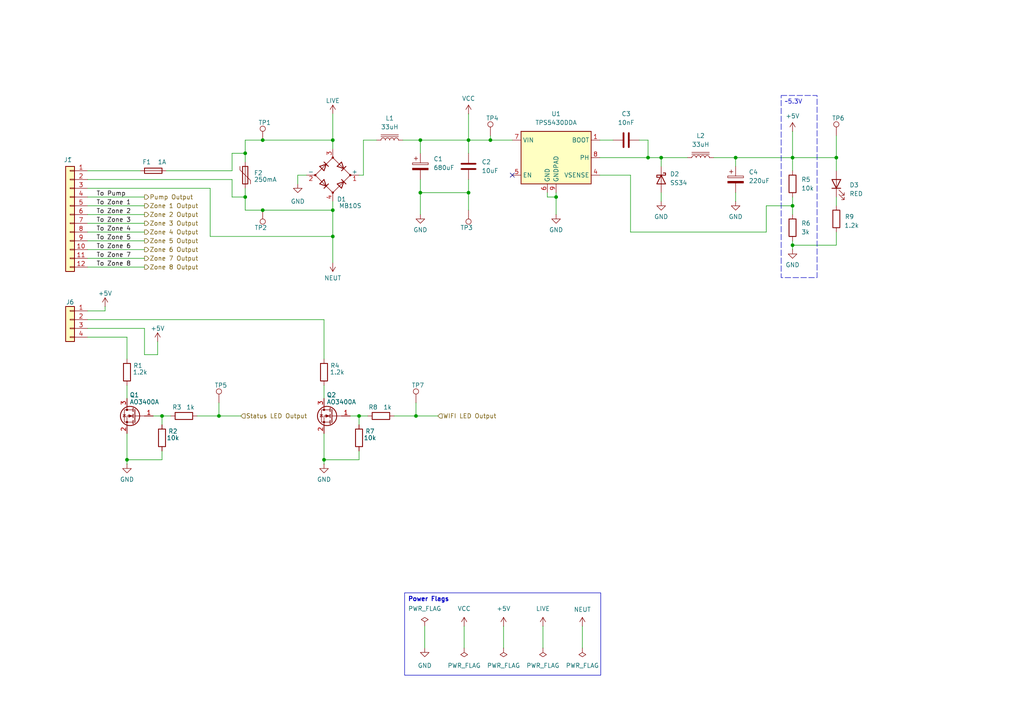
<source format=kicad_sch>
(kicad_sch (version 20250114) (generator "eeschema") (generator_version "9.0")
  (paper "A4")
  (lib_symbols
    (symbol "Connector:TestPoint" (pin_numbers (hide yes)) (pin_names (offset 0.762) (hide yes))
      (property "Reference" "TP" (at 0 6.858 0))
      (property "Value" "TestPoint" (at 0 5.08 0))
      (symbol "TestPoint_0_1"
        (circle (center 0 3.302) (radius 0.762))
      )
      (symbol "TestPoint_1_1"
        (pin passive line (at 0 0 90) (length 2.54) (name "1") (number "1"))
      )
    )
    (symbol "Connector_Generic:Conn_01x04" (pin_names (offset 1.016) (hide yes))
      (property "Reference" "J" (at 0 5.08 0))
      (property "Value" "Conn_01x04" (at 0 -7.62 0))
      (symbol "Conn_01x04_1_1"
        (rectangle (start -1.27 3.81) (end 1.27 -6.35) (stroke (width 0.254)) (fill (type background)))
        (rectangle (start -1.27 2.667) (end 0 2.413) (stroke (width 0.1524)))
        (rectangle (start -1.27 0.127) (end 0 -0.127) (stroke (width 0.1524)))
        (rectangle (start -1.27 -2.413) (end 0 -2.667) (stroke (width 0.1524)))
        (rectangle (start -1.27 -4.953) (end 0 -5.207) (stroke (width 0.1524)))
        (pin passive line (at -5.08 2.54 0) (length 3.81) (name "Pin_1") (number "1"))
        (pin passive line (at -5.08 0 0) (length 3.81) (name "Pin_2") (number "2"))
        (pin passive line (at -5.08 -2.54 0) (length 3.81) (name "Pin_3") (number "3"))
        (pin passive line (at -5.08 -5.08 0) (length 3.81) (name "Pin_4") (number "4"))
      )
    )
    (symbol "Connector_Generic:Conn_01x12" (pin_names (offset 1.016) (hide yes))
      (property "Reference" "J" (at 0 15.24 0))
      (property "Value" "Conn_01x12" (at 0 -17.78 0))
      (symbol "Conn_01x12_1_1"
        (rectangle (start -1.27 13.97) (end 1.27 -16.51) (stroke (width 0.254)) (fill (type background)))
        (rectangle (start -1.27 12.827) (end 0 12.573) (stroke (width 0.1524)))
        (rectangle (start -1.27 10.287) (end 0 10.033) (stroke (width 0.1524)))
        (rectangle (start -1.27 7.747) (end 0 7.493) (stroke (width 0.1524)))
        (rectangle (start -1.27 5.207) (end 0 4.953) (stroke (width 0.1524)))
        (rectangle (start -1.27 2.667) (end 0 2.413) (stroke (width 0.1524)))
        (rectangle (start -1.27 0.127) (end 0 -0.127) (stroke (width 0.1524)))
        (rectangle (start -1.27 -2.413) (end 0 -2.667) (stroke (width 0.1524)))
        (rectangle (start -1.27 -4.953) (end 0 -5.207) (stroke (width 0.1524)))
        (rectangle (start -1.27 -7.493) (end 0 -7.747) (stroke (width 0.1524)))
        (rectangle (start -1.27 -10.033) (end 0 -10.287) (stroke (width 0.1524)))
        (rectangle (start -1.27 -12.573) (end 0 -12.827) (stroke (width 0.1524)))
        (rectangle (start -1.27 -15.113) (end 0 -15.367) (stroke (width 0.1524)))
        (pin passive line (at -5.08 12.7 0) (length 3.81) (name "Pin_1") (number "1"))
        (pin passive line (at -5.08 10.16 0) (length 3.81) (name "Pin_2") (number "2"))
        (pin passive line (at -5.08 7.62 0) (length 3.81) (name "Pin_3") (number "3"))
        (pin passive line (at -5.08 5.08 0) (length 3.81) (name "Pin_4") (number "4"))
        (pin passive line (at -5.08 2.54 0) (length 3.81) (name "Pin_5") (number "5"))
        (pin passive line (at -5.08 0 0) (length 3.81) (name "Pin_6") (number "6"))
        (pin passive line (at -5.08 -2.54 0) (length 3.81) (name "Pin_7") (number "7"))
        (pin passive line (at -5.08 -5.08 0) (length 3.81) (name "Pin_8") (number "8"))
        (pin passive line (at -5.08 -7.62 0) (length 3.81) (name "Pin_9") (number "9"))
        (pin passive line (at -5.08 -10.16 0) (length 3.81) (name "Pin_10") (number "10"))
        (pin passive line (at -5.08 -12.7 0) (length 3.81) (name "Pin_11") (number "11"))
        (pin passive line (at -5.08 -15.24 0) (length 3.81) (name "Pin_12") (number "12"))
      )
    )
    (symbol "Device:C" (pin_numbers (hide yes)) (pin_names (offset 0.254))
      (property "Reference" "C" (at 0.635 2.54 0))
      (property "Value" "C" (at 0.635 -2.54 0))
      (symbol "C_0_1"
        (polyline (pts (xy -2.032 0.762) (xy 2.032 0.762)) (stroke (width 0.508)))
        (polyline (pts (xy -2.032 -0.762) (xy 2.032 -0.762)) (stroke (width 0.508)))
      )
      (symbol "C_1_1"
        (pin passive line (at 0 3.81 270) (length 2.794) (name "~") (number "1"))
        (pin passive line (at 0 -3.81 90) (length 2.794) (name "~") (number "2"))
      )
    )
    (symbol "Device:C_Polarized" (pin_numbers (hide yes)) (pin_names (offset 0.254))
      (property "Reference" "C" (at 0.635 2.54 0))
      (property "Value" "C_Polarized" (at 0.635 -2.54 0))
      (symbol "C_Polarized_0_1"
        (rectangle (start -2.286 0.508) (end 2.286 1.016))
        (polyline (pts (xy -1.778 2.286) (xy -0.762 2.286)))
        (polyline (pts (xy -1.27 2.794) (xy -1.27 1.778)))
        (rectangle (start 2.286 -0.508) (end -2.286 -1.016) (fill (type outline)))
      )
      (symbol "C_Polarized_1_1"
        (pin passive line (at 0 3.81 270) (length 2.794) (name "~") (number "1"))
        (pin passive line (at 0 -3.81 90) (length 2.794) (name "~") (number "2"))
      )
    )
    (symbol "Device:D_Bridge_+-AA" (pin_names (offset 0))
      (property "Reference" "D" (at 2.54 6.985 0))
      (property "Value" "D_Bridge_+-AA" (at 2.54 5.08 0))
      (symbol "D_Bridge_+-AA_0_1"
        (circle (center -5.08 0) (radius 0.254) (fill (type outline)))
        (polyline (pts (xy -5.08 0) (xy 0 -5.08) (xy 5.08 0) (xy 0 5.08) (xy -5.08 0)))
        (polyline (pts (xy -3.81 2.54) (xy -2.54 1.27) (xy -1.905 3.175) (xy -3.81 2.54)) (stroke (width 0.254)))
        (polyline (pts (xy -2.54 3.81) (xy -1.27 2.54)) (stroke (width 0.254)))
        (polyline (pts (xy -2.54 -1.27) (xy -3.81 -2.54) (xy -1.905 -3.175) (xy -2.54 -1.27)) (stroke (width 0.254)))
        (polyline (pts (xy -1.27 -2.54) (xy -2.54 -3.81)) (stroke (width 0.254)))
        (circle (center 0 5.08) (radius 0.254) (fill (type outline)))
        (circle (center 0 -5.08) (radius 0.254) (fill (type outline)))
        (polyline (pts (xy 1.27 2.54) (xy 2.54 3.81) (xy 3.175 1.905) (xy 1.27 2.54)) (stroke (width 0.254)))
        (polyline (pts (xy 2.54 1.27) (xy 3.81 2.54)) (stroke (width 0.254)))
        (polyline (pts (xy 2.54 -1.27) (xy 3.81 -2.54)) (stroke (width 0.254)))
        (polyline (pts (xy 3.175 -1.905) (xy 1.27 -2.54) (xy 2.54 -3.81) (xy 3.175 -1.905)) (stroke (width 0.254)))
        (circle (center 5.08 0) (radius 0.254) (fill (type outline)))
      )
      (symbol "D_Bridge_+-AA_1_1"
        (pin passive line (at -7.62 0 0) (length 2.54) (name "-") (number "2"))
        (pin passive line (at 0 7.62 270) (length 2.54) (name "~") (number "3"))
        (pin passive line (at 0 -7.62 90) (length 2.54) (name "~") (number "4"))
        (pin passive line (at 7.62 0 180) (length 2.54) (name "+") (number "1"))
      )
    )
    (symbol "Device:D_Schottky" (pin_numbers (hide yes)) (pin_names (offset 1.016) (hide yes))
      (property "Reference" "D" (at 0 2.54 0))
      (property "Value" "D_Schottky" (at 0 -2.54 0))
      (symbol "D_Schottky_0_1"
        (polyline (pts (xy -1.905 0.635) (xy -1.905 1.27) (xy -1.27 1.27) (xy -1.27 -1.27) (xy -0.635 -1.27) (xy -0.635 -0.635)) (stroke (width 0.254)))
        (polyline (pts (xy 1.27 1.27) (xy 1.27 -1.27) (xy -1.27 0) (xy 1.27 1.27)) (stroke (width 0.254)))
        (polyline (pts (xy 1.27 0) (xy -1.27 0)))
      )
      (symbol "D_Schottky_1_1"
        (pin passive line (at -3.81 0 0) (length 2.54) (name "K") (number "1"))
        (pin passive line (at 3.81 0 180) (length 2.54) (name "A") (number "2"))
      )
    )
    (symbol "Device:Fuse" (pin_numbers (hide yes)) (pin_names (offset 0))
      (property "Reference" "F" (at 2.032 0 90))
      (property "Value" "Fuse" (at -1.905 0 90))
      (symbol "Fuse_0_1"
        (rectangle (start -0.762 -2.54) (end 0.762 2.54) (stroke (width 0.254)))
        (polyline (pts (xy 0 2.54) (xy 0 -2.54)))
      )
      (symbol "Fuse_1_1"
        (pin passive line (at 0 3.81 270) (length 1.27) (name "~") (number "1"))
        (pin passive line (at 0 -3.81 90) (length 1.27) (name "~") (number "2"))
      )
    )
    (symbol "Device:LED" (pin_numbers (hide yes)) (pin_names (offset 1.016) (hide yes))
      (property "Reference" "D" (at 0 2.54 0))
      (property "Value" "LED" (at 0 -2.54 0))
      (symbol "LED_0_1"
        (polyline (pts (xy -3.048 -0.762) (xy -4.572 -2.286) (xy -3.81 -2.286) (xy -4.572 -2.286) (xy -4.572 -1.524)))
        (polyline (pts (xy -1.778 -0.762) (xy -3.302 -2.286) (xy -2.54 -2.286) (xy -3.302 -2.286) (xy -3.302 -1.524)))
        (polyline (pts (xy -1.27 0) (xy 1.27 0)))
        (polyline (pts (xy -1.27 -1.27) (xy -1.27 1.27)) (stroke (width 0.254)))
        (polyline (pts (xy 1.27 -1.27) (xy 1.27 1.27) (xy -1.27 0) (xy 1.27 -1.27)) (stroke (width 0.254)))
      )
      (symbol "LED_1_1"
        (pin passive line (at -3.81 0 0) (length 2.54) (name "K") (number "1"))
        (pin passive line (at 3.81 0 180) (length 2.54) (name "A") (number "2"))
      )
    )
    (symbol "Device:L_Iron" (pin_numbers (hide yes)) (pin_names (offset 1.016) (hide yes))
      (property "Reference" "L" (at -1.27 0 90))
      (property "Value" "L_Iron" (at 2.794 0 90))
      (symbol "L_Iron_0_1"
        (arc (start 0 2.54) (mid 0.6323 1.905) (end 0 1.27))
        (arc (start 0 1.27) (mid 0.6323 0.635) (end 0 0))
        (arc (start 0 0) (mid 0.6323 -0.635) (end 0 -1.27))
        (arc (start 0 -1.27) (mid 0.6323 -1.905) (end 0 -2.54))
        (polyline (pts (xy 1.016 2.54) (xy 1.016 -2.54)))
        (polyline (pts (xy 1.524 -2.54) (xy 1.524 2.54)))
      )
      (symbol "L_Iron_1_1"
        (pin passive line (at 0 3.81 270) (length 1.27) (name "1") (number "1"))
        (pin passive line (at 0 -3.81 90) (length 1.27) (name "2") (number "2"))
      )
    )
    (symbol "Device:Polyfuse" (pin_numbers (hide yes)) (pin_names (offset 0))
      (property "Reference" "F" (at -2.54 0 90))
      (property "Value" "Polyfuse" (at 2.54 0 90))
      (symbol "Polyfuse_0_1"
        (polyline (pts (xy -1.524 2.54) (xy -1.524 1.524) (xy 1.524 -1.524) (xy 1.524 -2.54)))
        (rectangle (start -0.762 2.54) (end 0.762 -2.54) (stroke (width 0.254)))
        (polyline (pts (xy 0 2.54) (xy 0 -2.54)))
      )
      (symbol "Polyfuse_1_1"
        (pin passive line (at 0 3.81 270) (length 1.27) (name "~") (number "1"))
        (pin passive line (at 0 -3.81 90) (length 1.27) (name "~") (number "2"))
      )
    )
    (symbol "Device:R" (pin_numbers (hide yes)) (pin_names (offset 0))
      (property "Reference" "R" (at 2.032 0 90))
      (property "Value" "R" (at 0 0 90))
      (symbol "R_0_1"
        (rectangle (start -1.016 -2.54) (end 1.016 2.54) (stroke (width 0.254)))
      )
      (symbol "R_1_1"
        (pin passive line (at 0 3.81 270) (length 1.27) (name "~") (number "1"))
        (pin passive line (at 0 -3.81 90) (length 1.27) (name "~") (number "2"))
      )
    )
    (symbol "Regulator_Switching:TPS5430DDA"
      (property "Reference" "U" (at -10.16 8.89 0))
      (property "Value" "TPS5430DDA" (at -1.27 8.89 0))
      (symbol "TPS5430DDA_0_1"
        (rectangle (start -10.16 7.62) (end 10.16 -7.62) (stroke (width 0.254)) (fill (type background)))
      )
      (symbol "TPS5430DDA_1_1"
        (pin power_in line (at -12.7 5.08 0) (length 2.54) (name "VIN") (number "7"))
        (pin input line (at -12.7 -5.08 0) (length 2.54) (name "EN") (number "5"))
        (pin no_connect line (at -10.16 2.54 0) (length 2.54) (hide yes) (name "NC") (number "2"))
        (pin no_connect line (at -10.16 -2.54 0) (length 2.54) (hide yes) (name "NC") (number "3"))
        (pin power_in line (at -2.54 -10.16 90) (length 2.54) (name "GND") (number "6"))
        (pin power_in line (at 0 -10.16 90) (length 2.54) (name "GNDPAD") (number "9"))
        (pin input line (at 12.7 5.08 180) (length 2.54) (name "BOOT") (number "1"))
        (pin output line (at 12.7 0 180) (length 2.54) (name "PH") (number "8"))
        (pin input line (at 12.7 -5.08 180) (length 2.54) (name "VSENSE") (number "4"))
      )
    )
    (symbol "Transistor_FET:Q_NMOS_GSD" (pin_names (offset 0) (hide yes))
      (property "Reference" "Q" (at 5.08 1.905 0))
      (property "Value" "Q_NMOS_GSD" (at 5.08 0 0))
      (symbol "Q_NMOS_GSD_0_1"
        (polyline (pts (xy 0.254 1.905) (xy 0.254 -1.905)) (stroke (width 0.254)))
        (polyline (pts (xy 0.254 0) (xy -2.54 0)))
        (polyline (pts (xy 0.762 2.286) (xy 0.762 1.27)) (stroke (width 0.254)))
        (polyline (pts (xy 0.762 0.508) (xy 0.762 -0.508)) (stroke (width 0.254)))
        (polyline (pts (xy 0.762 -1.27) (xy 0.762 -2.286)) (stroke (width 0.254)))
        (polyline (pts (xy 0.762 -1.778) (xy 3.302 -1.778) (xy 3.302 1.778) (xy 0.762 1.778)))
        (polyline (pts (xy 1.016 0) (xy 2.032 0.381) (xy 2.032 -0.381) (xy 1.016 0)) (fill (type outline)))
        (circle (center 1.651 0) (radius 2.794) (stroke (width 0.254)))
        (polyline (pts (xy 2.54 2.54) (xy 2.54 1.778)))
        (circle (center 2.54 1.778) (radius 0.254) (fill (type outline)))
        (circle (center 2.54 -1.778) (radius 0.254) (fill (type outline)))
        (polyline (pts (xy 2.54 -2.54) (xy 2.54 0) (xy 0.762 0)))
        (polyline (pts (xy 2.921 0.381) (xy 3.683 0.381)))
        (polyline (pts (xy 3.302 0.381) (xy 2.921 -0.254) (xy 3.683 -0.254) (xy 3.302 0.381)))
      )
      (symbol "Q_NMOS_GSD_1_1"
        (pin input line (at -5.08 0 0) (length 2.54) (name "G") (number "1"))
        (pin passive line (at 2.54 5.08 270) (length 2.54) (name "D") (number "3"))
        (pin passive line (at 2.54 -5.08 90) (length 2.54) (name "S") (number "2"))
      )
    )
    (symbol "power:+5V" (power) (pin_numbers (hide yes)) (pin_names (offset 0) (hide yes))
      (property "Value" "+5V" (at 0 3.556 0))
      (symbol "+5V_0_1"
        (polyline (pts (xy -0.762 1.27) (xy 0 2.54)))
        (polyline (pts (xy 0 2.54) (xy 0.762 1.27)))
        (polyline (pts (xy 0 0) (xy 0 2.54)))
      )
      (symbol "+5V_1_1"
        (pin power_in line (at 0 0 90) (length 0) (name "~") (number "1"))
      )
    )
    (symbol "power:GND" (power) (pin_numbers (hide yes)) (pin_names (offset 0) (hide yes))
      (property "Value" "GND" (at 0 -3.81 0))
      (symbol "GND_0_1"
        (polyline (pts (xy 0 0) (xy 0 -1.27) (xy 1.27 -1.27) (xy 0 -2.54) (xy -1.27 -1.27) (xy 0 -1.27)))
      )
      (symbol "GND_1_1"
        (pin power_in line (at 0 0 270) (length 0) (name "~") (number "1"))
      )
    )
    (symbol "power:LINE" (power) (pin_numbers (hide yes)) (pin_names (offset 0) (hide yes))
      (property "Value" "LINE" (at 0 3.556 0))
      (symbol "LINE_0_1"
        (polyline (pts (xy -0.762 1.27) (xy 0 2.54)))
        (polyline (pts (xy 0 2.54) (xy 0.762 1.27)))
        (polyline (pts (xy 0 0) (xy 0 2.54)))
      )
      (symbol "LINE_1_1"
        (pin power_in line (at 0 0 90) (length 0) (name "~") (number "1"))
      )
    )
    (symbol "power:NEUT" (power) (pin_numbers (hide yes)) (pin_names (offset 0) (hide yes))
      (property "Value" "NEUT" (at 0 3.556 0))
      (symbol "NEUT_0_1"
        (polyline (pts (xy -0.762 1.27) (xy 0 2.54)))
        (polyline (pts (xy 0 2.54) (xy 0.762 1.27)))
        (polyline (pts (xy 0 0) (xy 0 2.54)))
      )
      (symbol "NEUT_1_1"
        (pin power_in line (at 0 0 90) (length 0) (name "~") (number "1"))
      )
    )
    (symbol "power:PWR_FLAG" (power) (pin_numbers (hide yes)) (pin_names (offset 0) (hide yes))
      (property "Value" "PWR_FLAG" (at 0 3.81 0))
      (symbol "PWR_FLAG_0_0"
        (pin power_out line (at 0 0 90) (length 0) (name "~") (number "1"))
      )
      (symbol "PWR_FLAG_0_1"
        (polyline (pts (xy 0 0) (xy 0 1.27) (xy -1.016 1.905) (xy 0 2.54) (xy 1.016 1.905) (xy 0 1.27)))
      )
    )
    (symbol "power:VCC" (power) (pin_numbers (hide yes)) (pin_names (offset 0) (hide yes))
      (property "Value" "VCC" (at 0 3.556 0))
      (symbol "VCC_0_1"
        (polyline (pts (xy -0.762 1.27) (xy 0 2.54)))
        (polyline (pts (xy 0 2.54) (xy 0.762 1.27)))
        (polyline (pts (xy 0 0) (xy 0 2.54)))
      )
      (symbol "VCC_1_1"
        (pin power_in line (at 0 0 90) (length 0) (name "~") (number "1"))
      )
    )
  )
  (text_box "Power Flags" (at 117.348 171.958 0) (size 56.896 23.876) (margins 0.9525 0.9525 0.9525 0.9525) (effects (font (size 1.27 1.27) (thickness 0.254) (bold yes)) (justify left top)))
  (text_box "~5.3V" (at 226.568 27.686 0) (size 10.414 52.832) (margins 0.9525 0.9525 0.9525 0.9525) (stroke (width 0) (type dash)) (effects (font (size 1.27 1.27)) (justify left top)))
  (junction (at 142.24 40.64))
  (junction (at 76.2 60.96))
  (junction (at 63.5 120.65))
  (junction (at 229.87 59.69))
  (junction (at 120.65 120.65))
  (junction (at 187.96 45.72))
  (junction (at 46.99 120.65))
  (junction (at 96.52 40.64))
  (junction (at 229.87 71.12))
  (junction (at 135.89 55.88))
  (junction (at 191.77 45.72))
  (junction (at 76.2 40.64))
  (junction (at 135.89 40.64))
  (junction (at 93.98 133.35))
  (junction (at 104.14 120.65))
  (junction (at 71.12 57.15))
  (junction (at 242.57 45.72))
  (junction (at 121.92 55.88))
  (junction (at 96.52 68.58))
  (junction (at 161.29 57.15))
  (junction (at 121.92 40.64))
  (junction (at 229.87 45.72))
  (junction (at 71.12 44.45))
  (junction (at 213.36 45.72))
  (junction (at 96.52 60.96))
  (junction (at 36.83 133.35))
  (no_connect (at 148.59 50.8))
  (wire (pts (xy 96.52 68.58) (xy 96.52 76.2)))
  (wire (pts (xy 142.24 40.64) (xy 148.59 40.64)))
  (wire (pts (xy 96.52 68.58) (xy 60.96 68.58)))
  (wire (pts (xy 46.99 120.65) (xy 49.53 120.65)))
  (wire (pts (xy 67.31 44.45) (xy 67.31 49.53)))
  (wire (pts (xy 60.96 54.61) (xy 60.96 68.58)))
  (wire (pts (xy 63.5 116.84) (xy 63.5 120.65)))
  (wire (pts (xy 229.87 49.53) (xy 229.87 45.72)))
  (wire (pts (xy 67.31 57.15) (xy 67.31 52.07)))
  (wire (pts (xy 146.05 181.61) (xy 146.05 187.96)))
  (wire (pts (xy 25.4 90.17) (xy 30.48 90.17)))
  (wire (pts (xy 25.4 52.07) (xy 67.31 52.07)))
  (wire (pts (xy 96.52 33.02) (xy 96.52 40.64)))
  (wire (pts (xy 242.57 71.12) (xy 229.87 71.12)))
  (wire (pts (xy 41.91 102.87) (xy 45.72 102.87)))
  (wire (pts (xy 213.36 58.42) (xy 213.36 55.88)))
  (wire (pts (xy 76.2 60.96) (xy 71.12 60.96)))
  (wire (pts (xy 36.83 111.76) (xy 36.83 115.57)))
  (wire (pts (xy 25.4 64.77) (xy 41.91 64.77)))
  (wire (pts (xy 105.41 50.8) (xy 105.41 40.64)))
  (wire (pts (xy 185.42 40.64) (xy 187.96 40.64)))
  (wire (pts (xy 88.9 50.8) (xy 86.36 50.8)))
  (wire (pts (xy 71.12 57.15) (xy 67.31 57.15)))
  (wire (pts (xy 120.65 116.84) (xy 120.65 120.65)))
  (wire (pts (xy 25.4 77.47) (xy 41.91 77.47)))
  (wire (pts (xy 96.52 60.96) (xy 96.52 58.42)))
  (wire (pts (xy 36.83 133.35) (xy 36.83 134.62)))
  (wire (pts (xy 25.4 74.93) (xy 41.91 74.93)))
  (wire (pts (xy 142.24 39.37) (xy 142.24 40.64)))
  (wire (pts (xy 121.92 55.88) (xy 121.92 62.23)))
  (wire (pts (xy 229.87 59.69) (xy 222.25 59.69)))
  (wire (pts (xy 161.29 55.88) (xy 161.29 57.15)))
  (wire (pts (xy 71.12 46.99) (xy 71.12 44.45)))
  (wire (pts (xy 104.14 120.65) (xy 104.14 123.19)))
  (wire (pts (xy 30.48 90.17) (xy 30.48 88.9)))
  (wire (pts (xy 182.88 50.8) (xy 182.88 67.31)))
  (wire (pts (xy 229.87 45.72) (xy 213.36 45.72)))
  (wire (pts (xy 135.89 33.02) (xy 135.89 40.64)))
  (wire (pts (xy 173.99 40.64) (xy 177.8 40.64)))
  (wire (pts (xy 104.14 50.8) (xy 105.41 50.8)))
  (wire (pts (xy 46.99 120.65) (xy 46.99 123.19)))
  (wire (pts (xy 161.29 57.15) (xy 158.75 57.15)))
  (wire (pts (xy 116.84 40.64) (xy 121.92 40.64)))
  (wire (pts (xy 135.89 55.88) (xy 135.89 60.96)))
  (wire (pts (xy 121.92 40.64) (xy 121.92 44.45)))
  (wire (pts (xy 71.12 44.45) (xy 67.31 44.45)))
  (wire (pts (xy 25.4 62.23) (xy 41.91 62.23)))
  (wire (pts (xy 104.14 130.81) (xy 104.14 133.35)))
  (wire (pts (xy 229.87 45.72) (xy 242.57 45.72)))
  (wire (pts (xy 63.5 120.65) (xy 69.85 120.65)))
  (wire (pts (xy 135.89 40.64) (xy 121.92 40.64)))
  (wire (pts (xy 135.89 40.64) (xy 135.89 44.45)))
  (wire (pts (xy 25.4 59.69) (xy 41.91 59.69)))
  (wire (pts (xy 104.14 120.65) (xy 106.68 120.65)))
  (wire (pts (xy 229.87 69.85) (xy 229.87 71.12)))
  (wire (pts (xy 71.12 40.64) (xy 76.2 40.64)))
  (wire (pts (xy 114.3 120.65) (xy 120.65 120.65)))
  (wire (pts (xy 76.2 40.64) (xy 96.52 40.64)))
  (wire (pts (xy 25.4 49.53) (xy 40.64 49.53)))
  (wire (pts (xy 123.19 181.61) (xy 123.19 187.96)))
  (wire (pts (xy 222.25 67.31) (xy 182.88 67.31)))
  (wire (pts (xy 57.15 120.65) (xy 63.5 120.65)))
  (wire (pts (xy 161.29 57.15) (xy 161.29 62.23)))
  (wire (pts (xy 158.75 57.15) (xy 158.75 55.88)))
  (wire (pts (xy 191.77 55.88) (xy 191.77 58.42)))
  (wire (pts (xy 229.87 71.12) (xy 229.87 72.39)))
  (wire (pts (xy 93.98 133.35) (xy 93.98 134.62)))
  (wire (pts (xy 187.96 45.72) (xy 191.77 45.72)))
  (wire (pts (xy 96.52 60.96) (xy 76.2 60.96)))
  (wire (pts (xy 157.48 181.61) (xy 157.48 187.96)))
  (wire (pts (xy 25.4 97.79) (xy 36.83 97.79)))
  (wire (pts (xy 25.4 67.31) (xy 41.91 67.31)))
  (wire (pts (xy 86.36 50.8) (xy 86.36 53.34)))
  (wire (pts (xy 25.4 69.85) (xy 41.91 69.85)))
  (wire (pts (xy 25.4 57.15) (xy 41.91 57.15)))
  (wire (pts (xy 191.77 48.26) (xy 191.77 45.72)))
  (wire (pts (xy 191.77 45.72) (xy 199.39 45.72)))
  (wire (pts (xy 242.57 39.37) (xy 242.57 45.72)))
  (wire (pts (xy 121.92 52.07) (xy 121.92 55.88)))
  (wire (pts (xy 121.92 55.88) (xy 135.89 55.88)))
  (wire (pts (xy 229.87 38.1) (xy 229.87 45.72)))
  (wire (pts (xy 187.96 40.64) (xy 187.96 45.72)))
  (wire (pts (xy 182.88 50.8) (xy 173.99 50.8)))
  (wire (pts (xy 25.4 95.25) (xy 41.91 95.25)))
  (wire (pts (xy 135.89 52.07) (xy 135.89 55.88)))
  (wire (pts (xy 104.14 133.35) (xy 93.98 133.35)))
  (wire (pts (xy 46.99 130.81) (xy 46.99 133.35)))
  (wire (pts (xy 168.91 181.61) (xy 168.91 187.96)))
  (wire (pts (xy 242.57 57.15) (xy 242.57 59.69)))
  (wire (pts (xy 36.83 97.79) (xy 36.83 104.14)))
  (wire (pts (xy 134.62 181.61) (xy 134.62 187.96)))
  (wire (pts (xy 96.52 40.64) (xy 96.52 43.18)))
  (wire (pts (xy 173.99 45.72) (xy 187.96 45.72)))
  (wire (pts (xy 242.57 67.31) (xy 242.57 71.12)))
  (wire (pts (xy 101.6 120.65) (xy 104.14 120.65)))
  (wire (pts (xy 213.36 48.26) (xy 213.36 45.72)))
  (wire (pts (xy 135.89 40.64) (xy 142.24 40.64)))
  (wire (pts (xy 105.41 40.64) (xy 109.22 40.64)))
  (wire (pts (xy 48.26 49.53) (xy 67.31 49.53)))
  (wire (pts (xy 45.72 102.87) (xy 45.72 99.06)))
  (wire (pts (xy 229.87 57.15) (xy 229.87 59.69)))
  (wire (pts (xy 71.12 54.61) (xy 71.12 57.15)))
  (wire (pts (xy 242.57 49.53) (xy 242.57 45.72)))
  (wire (pts (xy 93.98 111.76) (xy 93.98 115.57)))
  (wire (pts (xy 36.83 125.73) (xy 36.83 133.35)))
  (wire (pts (xy 41.91 95.25) (xy 41.91 102.87)))
  (wire (pts (xy 71.12 40.64) (xy 71.12 44.45)))
  (wire (pts (xy 71.12 60.96) (xy 71.12 57.15)))
  (wire (pts (xy 44.45 120.65) (xy 46.99 120.65)))
  (wire (pts (xy 25.4 54.61) (xy 60.96 54.61)))
  (wire (pts (xy 96.52 60.96) (xy 96.52 68.58)))
  (wire (pts (xy 25.4 92.71) (xy 93.98 92.71)))
  (wire (pts (xy 213.36 45.72) (xy 207.01 45.72)))
  (wire (pts (xy 25.4 72.39) (xy 41.91 72.39)))
  (wire (pts (xy 229.87 59.69) (xy 229.87 62.23)))
  (wire (pts (xy 93.98 125.73) (xy 93.98 133.35)))
  (wire (pts (xy 120.65 120.65) (xy 127 120.65)))
  (wire (pts (xy 222.25 59.69) (xy 222.25 67.31)))
  (wire (pts (xy 46.99 133.35) (xy 36.83 133.35)))
  (wire (pts (xy 93.98 92.71) (xy 93.98 104.14)))
  (label "To Zone 4" (at 27.94 67.31 0) (effects (font (thickness 0.1588))))
  (label "To Zone 1" (at 27.94 59.69 0) (effects (font (thickness 0.1588))))
  (label "To Pump" (at 27.94 57.15 0) (effects (font (thickness 0.1588))))
  (label "To Zone 3" (at 27.94 64.77 0) (effects (font (thickness 0.1588))))
  (label "To Zone 8" (at 27.94 77.47 0) (effects (font (thickness 0.1588))))
  (label "To Zone 5" (at 27.94 69.85 0) (effects (font (thickness 0.1588))))
  (label "To Zone 6" (at 27.94 72.39 0) (effects (font (thickness 0.1588))))
  (label "To Zone 2" (at 27.94 62.23 0) (effects (font (thickness 0.1588))))
  (label "To Zone 7" (at 27.94 74.93 0) (effects (font (thickness 0.1588))))
  (hierarchical_label "Zone 4 Output" (shape output) (at 41.91 67.31 0))
  (hierarchical_label "Zone 3 Output" (shape output) (at 41.91 64.77 0))
  (hierarchical_label "WIFI LED Output" (shape input) (at 127 120.65 0))
  (hierarchical_label "Zone 8 Output" (shape output) (at 41.91 77.47 0))
  (hierarchical_label "Zone 1 Output" (shape output) (at 41.91 59.69 0))
  (hierarchical_label "Pump Output" (shape output) (at 41.91 57.15 0))
  (hierarchical_label "Zone 6 Output" (shape output) (at 41.91 72.39 0))
  (hierarchical_label "Zone 2 Output" (shape output) (at 41.91 62.23 0))
  (hierarchical_label "Zone 7 Output" (shape output) (at 41.91 74.93 0))
  (hierarchical_label "Status LED Output" (shape input) (at 69.85 120.65 0))
  (hierarchical_label "Zone 5 Output" (shape output) (at 41.91 69.85 0))
  (symbol (lib_id "Device:L_Iron") (at 113.03 40.64 90) (unit 1)
    (property "Reference" "L1" (at 113.03 34.29 90))
    (property "Value" "33uH" (at 113.03 36.83 90))
    (property "Footprint" "Inductor_SMD:L_APV_ANR5045" (effects (hide yes)))
    (property "Description" "1.1A 33uH ±20% 1.3A SMD,5x5mm  Power Inductors ROHS" (effects (hide yes)))
    (property "Manufacturer" "SXN(Shun Xiang Nuo Elec)" (effects (hide yes)))
    (property "Manufacturer P/N" "SMNR5040-330MT" (effects (hide yes)))
    (property "Supplier" "LCSC" (effects (hide yes)))
    (property "Supplier P/N" "C9390" (effects (hide yes)))
  )
  (symbol (lib_id "Device:C_Polarized") (at 121.92 48.26 0) (unit 1)
    (property "Reference" "C1" (at 125.73 46.1009 0) (effects (justify left)))
    (property "Value" "680uF" (at 125.73 48.6409 0) (effects (justify left)))
    (property "Footprint" "Capacitor_THT:CP_Radial_D13.0mm_P5.00mm" (effects (hide yes)))
    (property "Description" "680uF 50V ±20% Plugin,D13xL20mm Aluminum Electrolytic Capacitors - Leaded ROHS" (effects (hide yes)))
    (property "Supplier" "LCSC" (effects (hide yes)))
    (property "Supplier P/N" "C26225" (effects (hide yes)))
    (property "Manufacturer" "CX(Dongguan Chengxing Elec)" (effects (hide yes)))
    (property "Manufacturer P/N" "GR687M050J20RR0VH4FP0" (effects (hide yes)))
  )
  (symbol (lib_id "power:PWR_FLAG") (at 168.91 187.96 180) (unit 1)
    (property "Reference" "#FLG05" (effects (hide yes)))
    (property "Value" "PWR_FLAG" (at 168.91 193.04 0))
    (property "Description" "Special symbol for telling ERC where power comes from" (effects (hide yes)))
  )
  (symbol (lib_id "power:+5V") (at 45.72 99.06 0) (unit 1)
    (property "Reference" "#PWR051" (effects (hide yes)))
    (property "Value" "+5V" (at 45.72 95.25 0))
    (property "Description" "Power symbol creates a global label with name \"+5V\"" (effects (hide yes)))
  )
  (symbol (lib_id "Device:L_Iron") (at 203.2 45.72 90) (unit 1)
    (property "Reference" "L2" (at 203.2 39.37 90))
    (property "Value" "33uH" (at 203.2 41.91 90))
    (property "Footprint" "Inductor_SMD:L_APV_ANR5045" (effects (hide yes)))
    (property "Description" "1.1A 33uH ±20% 1.3A SMD,5x5mm  Power Inductors ROHS" (effects (hide yes)))
    (property "Manufacturer" "SXN(Shun Xiang Nuo Elec)" (effects (hide yes)))
    (property "Manufacturer P/N" "SMNR5040-330MT" (effects (hide yes)))
    (property "Supplier" "LCSC" (effects (hide yes)))
    (property "Supplier P/N" "C9390" (effects (hide yes)))
  )
  (symbol (lib_id "Regulator_Switching:TPS5430DDA") (at 161.29 45.72 0) (unit 1)
    (property "Reference" "U1" (at 161.29 33.02 0))
    (property "Value" "TPS5430DDA" (at 161.29 35.56 0))
    (property "Footprint" "Package_SO:TI_SO-PowerPAD-8_ThermalVias" (effects (hide yes)))
    (property "Description" "3A, Step Down Swift Converter, Adjustable Output Voltage, 5.5-36V Input Voltage, PowerSO-8" (effects (hide yes)))
    (property "Manufacturer" "Texas Instruments" (effects (hide yes)))
    (property "Manufacturer P/N" "TPS5430DDAR" (effects (hide yes)))
    (property "Supplier" "LCSC" (effects (hide yes)))
    (property "Supplier P/N" "C9864" (effects (hide yes)))
  )
  (symbol (lib_id "Device:D_Schottky") (at 191.77 52.07 270) (unit 1)
    (property "Reference" "D2" (at 194.31 50.4824 90) (effects (justify left)))
    (property "Value" "SS34" (at 194.31 53.0224 90) (effects (justify left)))
    (property "Footprint" "Diode_SMD:D_SMA" (effects (hide yes)))
    (property "Description" "40V Independent Type 3A 550mV@3A SMA(DO-214AC) Schottky Diodes ROHS" (effects (hide yes)))
    (property "Manufacturer" "MDD(Microdiode Semiconductor)" (effects (hide yes)))
    (property "Manufacturer P/N" "SS34" (effects (hide yes)))
    (property "Supplier" "LCSC" (effects (hide yes)))
    (property "Supplier P/N" "C8678" (effects (hide yes)))
  )
  (symbol (lib_id "Device:D_Bridge_+-AA") (at 96.52 50.8 0) (unit 1)
    (property "Reference" "D1" (at 99.06 57.785 0))
    (property "Value" "MB10S" (at 101.6 59.69 0))
    (property "Footprint" "Package_SO:OnSemi_751EP_SOIC-4_3.9x4.725mm_P2.54mm" (effects (hide yes)))
    (property "Description" "Diode bridge, +ve/-ve/AC/AC" (effects (hide yes)))
    (property "Supplier" "LCSC" (effects (hide yes)))
    (property "Supplier P/N" "C2488" (effects (hide yes)))
    (property "Manufacturer" " MDD(Microdiode Semiconductor)" (effects (hide yes)))
    (property "Manufacturer P/N" "MB10S-50MIL " (effects (hide yes)))
  )
  (symbol (lib_id "power:PWR_FLAG") (at 146.05 187.96 180) (unit 1)
    (property "Reference" "#FLG03" (effects (hide yes)))
    (property "Value" "PWR_FLAG" (at 146.05 193.04 0))
    (property "Description" "Special symbol for telling ERC where power comes from" (effects (hide yes)))
  )
  (symbol (lib_id "Device:LED") (at 242.57 53.34 90) (unit 1)
    (property "Reference" "D3" (at 246.38 53.6574 90) (effects (justify right)))
    (property "Value" "RED" (at 246.38 56.1974 90) (effects (justify right)))
    (property "Footprint" "LED_SMD:LED_0603_1608Metric" (effects (hide yes)))
    (property "Description" "-40℃~+85℃ Red 0603 LED Indication - Discrete ROHS" (effects (hide yes)))
    (property "Sim.Pins" "1=K 2=A" (effects (hide yes)))
    (property "Manufacturer" "Hubei KENTO Elec" (effects (hide yes)))
    (property "Manufacturer P/N" "KT-0603R" (effects (hide yes)))
    (property "Supplier" "LCSC" (effects (hide yes)))
    (property "Supplier P/N" "C2286" (effects (hide yes)))
  )
  (symbol (lib_id "Device:R") (at 53.34 120.65 270) (unit 1)
    (property "Reference" "R3" (at 51.308 118.11 90))
    (property "Value" "1k" (at 55.245 118.11 90))
    (property "Footprint" "Resistor_SMD:R_0805_2012Metric" (effects (hide yes)))
    (property "Description" "125mW Thick Film Resistors 150V ±100ppm/℃ ±1% 1kΩ 0805 Chip Resistor - Surface Mount ROHS" (effects (hide yes)))
    (property "Manufacturer" "UNI-ROYAL(Uniroyal Elec)" (effects (hide yes)))
    (property "Manufacturer P/N" "0805W8F1001T5E" (effects (hide yes)))
    (property "Supplier" "LCSC" (effects (hide yes)))
    (property "Supplier P/N" "C17513" (effects (hide yes)))
  )
  (symbol (lib_id "power:NEUT") (at 168.91 181.61 0) (unit 1)
    (property "Reference" "#PWR013" (effects (hide yes)))
    (property "Value" "NEUT" (at 168.91 176.784 0))
    (property "Description" "Power symbol creates a global label with name \"NEUT\"" (effects (hide yes)))
  )
  (symbol (lib_id "Device:R") (at 242.57 63.5 0) (unit 1)
    (property "Reference" "R9" (at 246.38 62.865 0))
    (property "Value" "1.2k" (at 247.015 65.405 0))
    (property "Footprint" "Resistor_SMD:R_0805_2012Metric" (effects (hide yes)))
    (property "Description" "125mW Thick Film Resistors 150V ±100ppm/℃ ±1% 300Ω 0805 Chip Resistor - Surface Mount ROHS" (effects (hide yes)))
    (property "Manufacturer" "UNI-ROYAL(Uniroyal Elec)" (effects (hide yes)))
    (property "Manufacturer P/N" "0805W8F1201T5E" (effects (hide yes)))
    (property "Supplier" "LCSC" (effects (hide yes)))
    (property "Supplier P/N" "C17379" (effects (hide yes)))
  )
  (symbol (lib_id "power:GND") (at 191.77 58.42 0) (unit 1)
    (property "Reference" "#PWR014" (effects (hide yes)))
    (property "Value" "GND" (at 191.77 62.865 0))
    (property "Description" "Power symbol creates a global label with name \"GND\" , ground" (effects (hide yes)))
  )
  (symbol (lib_id "Connector:TestPoint") (at 142.24 39.37 0) (unit 1)
    (property "Reference" "TP4" (at 140.97 34.29 0) (effects (justify left)))
    (property "Value" "TestPoint" (effects (hide yes)))
    (property "Footprint" "TestPoint:TestPoint_Pad_D1.5mm" (effects (hide yes)))
    (property "Description" "TP - 1.5mm diameter" (effects (hide yes)))
    (property "Manufacturer" "N/A" (effects (hide yes)))
    (property "Manufacturer P/N" "N/A" (effects (hide yes)))
    (property "Supplier" "N/A" (effects (hide yes)))
    (property "Supplier P/N" "N/A" (effects (hide yes)))
  )
  (symbol (lib_id "power:PWR_FLAG") (at 123.19 181.61 0) (unit 1)
    (property "Reference" "#FLG01" (effects (hide yes)))
    (property "Value" "PWR_FLAG" (at 123.19 176.53 0))
    (property "Description" "Special symbol for telling ERC where power comes from" (effects (hide yes)))
  )
  (symbol (lib_id "power:GND") (at 86.36 53.34 0) (unit 1)
    (property "Reference" "#PWR01" (effects (hide yes)))
    (property "Value" "GND" (at 86.36 58.42 0))
    (property "Description" "Power symbol creates a global label with name \"GND\" , ground" (effects (hide yes)))
  )
  (symbol (lib_id "power:GND") (at 213.36 58.42 0) (unit 1)
    (property "Reference" "#PWR015" (effects (hide yes)))
    (property "Value" "GND" (at 213.36 62.865 0))
    (property "Description" "Power symbol creates a global label with name \"GND\" , ground" (effects (hide yes)))
  )
  (symbol (lib_id "Device:R") (at 104.14 127 180) (unit 1)
    (property "Reference" "R7" (at 107.315 125.095 0))
    (property "Value" "10k" (at 107.315 127 0))
    (property "Footprint" "Resistor_SMD:R_0805_2012Metric" (effects (hide yes)))
    (property "Description" "125mW Thick Film Resistors 150V ±100ppm/℃ ±1% 10kΩ 0805 Chip Resistor - Surface Mount ROHS" (effects (hide yes)))
    (property "Manufacturer" "UNI-ROYAL(Uniroyal Elec)" (effects (hide yes)))
    (property "Manufacturer P/N" "0805W8F1002T5E" (effects (hide yes)))
    (property "Supplier" "LCSC" (effects (hide yes)))
    (property "Supplier P/N" "C17414" (effects (hide yes)))
  )
  (symbol (lib_id "Device:Fuse") (at 44.45 49.53 90) (unit 1)
    (property "Reference" "F1" (at 42.545 46.99 90))
    (property "Value" "1A" (at 46.99 46.99 90))
    (property "Footprint" "Fuse:Fuseholder_Cylinder-5x20mm_Schurter_0031_8201_Horizontal_Open" (effects (hide yes)))
    (property "Description" "M205 (5x20mm fuse) holder" (effects (hide yes)))
    (property "Manufacturer" "XFCN" (effects (hide yes)))
    (property "Manufacturer P/N" "PTF-15" (effects (hide yes)))
    (property "Supplier" "LCSSC" (effects (hide yes)))
    (property "Supplier P/N" "C842712" (effects (hide yes)))
  )
  (symbol (lib_id "power:LINE") (at 96.52 33.02 0) (unit 1)
    (property "Reference" "#PWR02" (effects (hide yes)))
    (property "Value" "LIVE" (at 96.52 29.21 0))
    (property "Description" "Power symbol creates a global label with name \"LINE\"" (effects (hide yes)))
  )
  (symbol (lib_id "power:PWR_FLAG") (at 134.62 187.96 180) (unit 1)
    (property "Reference" "#FLG02" (effects (hide yes)))
    (property "Value" "PWR_FLAG" (at 134.62 193.04 0))
    (property "Description" "Special symbol for telling ERC where power comes from" (effects (hide yes)))
  )
  (symbol (lib_id "power:PWR_FLAG") (at 157.48 187.96 180) (unit 1)
    (property "Reference" "#FLG04" (effects (hide yes)))
    (property "Value" "PWR_FLAG" (at 157.48 193.04 0))
    (property "Description" "Special symbol for telling ERC where power comes from" (effects (hide yes)))
  )
  (symbol (lib_id "Transistor_FET:Q_NMOS_GSD") (at 39.37 120.65 0) (mirror y) (unit 1)
    (property "Reference" "Q1" (at 37.592 114.554 0) (effects (justify right)))
    (property "Value" "AO3400A" (at 37.592 116.586 0) (effects (justify right)))
    (property "Footprint" "Package_TO_SOT_SMD:SOT-23_Handsoldering" (effects (hide yes)))
    (property "Description" "30V 5.7A 26.5mΩ@10V,5.7A 1.4W 1.5V@250uA 1 N-Channel SOT-23-3L MOSFETs ROHS" (effects (hide yes)))
    (property "Manufacturer" "Alpha & Omega Semicon" (effects (hide yes)))
    (property "Manufacturer P/N" "AO3400A" (effects (hide yes)))
    (property "Supplier" "LCSC" (effects (hide yes)))
    (property "Supplier P/N" "C20917" (effects (hide yes)))
  )
  (symbol (lib_id "power:NEUT") (at 96.52 76.2 180) (unit 1)
    (property "Reference" "#PWR03" (effects (hide yes)))
    (property "Value" "NEUT" (at 96.52 80.645 0))
    (property "Description" "Power symbol creates a global label with name \"NEUT\"" (effects (hide yes)))
  )
  (symbol (lib_id "power:VCC") (at 135.89 33.02 0) (unit 1)
    (property "Reference" "#PWR07" (effects (hide yes)))
    (property "Value" "VCC" (at 135.89 28.575 0))
    (property "Description" "Power symbol creates a global label with name \"VCC\"" (effects (hide yes)))
  )
  (symbol (lib_id "power:GND") (at 161.29 62.23 0) (unit 1)
    (property "Reference" "#PWR012" (effects (hide yes)))
    (property "Value" "GND" (at 161.29 66.675 0))
    (property "Description" "Power symbol creates a global label with name \"GND\" , ground" (effects (hide yes)))
  )
  (symbol (lib_id "power:GND") (at 36.83 134.62 0) (unit 1)
    (property "Reference" "#PWR010" (effects (hide yes)))
    (property "Value" "GND" (at 36.83 139.065 0))
    (property "Description" "Power symbol creates a global label with name \"GND\" , ground" (effects (hide yes)))
  )
  (symbol (lib_id "Transistor_FET:Q_NMOS_GSD") (at 96.52 120.65 0) (mirror y) (unit 1)
    (property "Reference" "Q2" (at 94.742 114.554 0) (effects (justify right)))
    (property "Value" "AO3400A" (at 94.742 116.586 0) (effects (justify right)))
    (property "Footprint" "Package_TO_SOT_SMD:SOT-23_Handsoldering" (effects (hide yes)))
    (property "Description" "30V 5.7A 26.5mΩ@10V,5.7A 1.4W 1.5V@250uA 1 N-Channel SOT-23-3L MOSFETs ROHS" (effects (hide yes)))
    (property "Manufacturer" "Alpha & Omega Semicon" (effects (hide yes)))
    (property "Manufacturer P/N" "AO3400A" (effects (hide yes)))
    (property "Supplier" "LCSC" (effects (hide yes)))
    (property "Supplier P/N" "C20917" (effects (hide yes)))
  )
  (symbol (lib_id "power:+5V") (at 229.87 38.1 0) (unit 1)
    (property "Reference" "#PWR018" (effects (hide yes)))
    (property "Value" "+5V" (at 229.87 33.655 0))
    (property "Description" "Power symbol creates a global label with name \"+5V\"" (effects (hide yes)))
  )
  (symbol (lib_id "Device:R") (at 229.87 53.34 0) (unit 1)
    (property "Reference" "R5" (at 232.41 52.0699 0) (effects (justify left)))
    (property "Value" "10k" (at 232.41 54.6099 0) (effects (justify left)))
    (property "Footprint" "Resistor_SMD:R_0805_2012Metric" (effects (hide yes)))
    (property "Description" "125mW Thick Film Resistors 150V ±100ppm/℃ ±1% 10kΩ 0805 Chip Resistor - Surface Mount ROHS" (effects (hide yes)))
    (property "Manufacturer" "UNI-ROYAL(Uniroyal Elec)" (effects (hide yes)))
    (property "Manufacturer P/N" "0805W8F1002T5E" (effects (hide yes)))
    (property "Supplier" "LCSC" (effects (hide yes)))
    (property "Supplier P/N" "C17414" (effects (hide yes)))
  )
  (symbol (lib_id "Connector:TestPoint") (at 242.57 39.37 0) (unit 1)
    (property "Reference" "TP6" (at 241.3 34.29 0) (effects (justify left)))
    (property "Value" "TestPoint" (effects (hide yes)))
    (property "Footprint" "TestPoint:TestPoint_Pad_D1.5mm" (effects (hide yes)))
    (property "Description" "TP - 1.5mm diameter" (effects (hide yes)))
    (property "Manufacturer" "N/A" (effects (hide yes)))
    (property "Manufacturer P/N" "N/A" (effects (hide yes)))
    (property "Supplier" "N/A" (effects (hide yes)))
    (property "Supplier P/N" "N/A" (effects (hide yes)))
  )
  (symbol (lib_id "Connector:TestPoint") (at 76.2 60.96 180) (unit 1)
    (property "Reference" "TP2" (at 77.47 66.04 0) (effects (justify left)))
    (property "Value" "TestPoint" (effects (hide yes)))
    (property "Footprint" "TestPoint:TestPoint_Pad_D1.5mm" (effects (hide yes)))
    (property "Description" "TP - 1.5mm diameter" (effects (hide yes)))
    (property "Manufacturer" "N/A" (effects (hide yes)))
    (property "Manufacturer P/N" "N/A" (effects (hide yes)))
    (property "Supplier" "N/A" (effects (hide yes)))
    (property "Supplier P/N" "N/A" (effects (hide yes)))
  )
  (symbol (lib_id "Connector_Generic:Conn_01x04") (at 20.32 92.71 0) (mirror y) (unit 1)
    (property "Reference" "J6" (at 20.32 87.63 0))
    (property "Value" "Conn_01x04" (effects (hide yes)))
    (property "Footprint" "TerminalBlock_Phoenix:TerminalBlock_Phoenix_PT-1,5-4-5.0-H_1x04_P5.00mm_Horizontal" (effects (hide yes)))
    (property "Description" "Generic connector, single row, 01x04, script generated (kicad-library-utils/schlib/autogen/connector/)" (effects (hide yes)))
  )
  (symbol (lib_id "Connector:TestPoint") (at 120.65 116.84 0) (unit 1)
    (property "Reference" "TP7" (at 119.38 111.76 0) (effects (justify left)))
    (property "Value" "TestPoint" (effects (hide yes)))
    (property "Footprint" "TestPoint:TestPoint_Pad_D1.5mm" (effects (hide yes)))
    (property "Description" "TP - 1.5mm diameter" (effects (hide yes)))
    (property "Manufacturer" "N/A" (effects (hide yes)))
    (property "Manufacturer P/N" "N/A" (effects (hide yes)))
    (property "Supplier" "N/A" (effects (hide yes)))
    (property "Supplier P/N" "N/A" (effects (hide yes)))
  )
  (symbol (lib_id "power:GND") (at 121.92 62.23 0) (unit 1)
    (property "Reference" "#PWR04" (effects (hide yes)))
    (property "Value" "GND" (at 121.92 66.675 0))
    (property "Description" "Power symbol creates a global label with name \"GND\" , ground" (effects (hide yes)))
  )
  (symbol (lib_id "power:GND") (at 229.87 72.39 0) (unit 1)
    (property "Reference" "#PWR019" (effects (hide yes)))
    (property "Value" "GND" (at 229.87 76.835 0))
    (property "Description" "Power symbol creates a global label with name \"GND\" , ground" (effects (hide yes)))
  )
  (symbol (lib_id "Connector:TestPoint") (at 63.5 116.84 0) (unit 1)
    (property "Reference" "TP5" (at 62.23 111.76 0) (effects (justify left)))
    (property "Value" "TestPoint" (effects (hide yes)))
    (property "Footprint" "TestPoint:TestPoint_Pad_D1.5mm" (effects (hide yes)))
    (property "Description" "TP - 1.5mm diameter" (effects (hide yes)))
    (property "Manufacturer" "N/A" (effects (hide yes)))
    (property "Manufacturer P/N" "N/A" (effects (hide yes)))
    (property "Supplier" "N/A" (effects (hide yes)))
    (property "Supplier P/N" "N/A" (effects (hide yes)))
  )
  (symbol (lib_id "power:LINE") (at 157.48 181.61 0) (unit 1)
    (property "Reference" "#PWR011" (effects (hide yes)))
    (property "Value" "LIVE" (at 157.48 176.53 0))
    (property "Description" "Power symbol creates a global label with name \"LINE\"" (effects (hide yes)))
  )
  (symbol (lib_id "Device:R") (at 110.49 120.65 270) (unit 1)
    (property "Reference" "R8" (at 108.204 118.11 90))
    (property "Value" "1k" (at 112.395 118.11 90))
    (property "Footprint" "Resistor_SMD:R_0805_2012Metric" (effects (hide yes)))
    (property "Description" "125mW Thick Film Resistors 150V ±100ppm/℃ ±1% 1kΩ 0805 Chip Resistor - Surface Mount ROHS" (effects (hide yes)))
    (property "Manufacturer" "UNI-ROYAL(Uniroyal Elec)" (effects (hide yes)))
    (property "Manufacturer P/N" "0805W8F1001T5E" (effects (hide yes)))
    (property "Supplier" "LCSC" (effects (hide yes)))
    (property "Supplier P/N" "C17513" (effects (hide yes)))
  )
  (symbol (lib_id "power:+5V") (at 30.48 88.9 0) (unit 1)
    (property "Reference" "#PWR050" (effects (hide yes)))
    (property "Value" "+5V" (at 30.48 85.09 0))
    (property "Description" "Power symbol creates a global label with name \"+5V\"" (effects (hide yes)))
  )
  (symbol (lib_id "Connector:TestPoint") (at 76.2 40.64 0) (unit 1)
    (property "Reference" "TP1" (at 74.93 35.56 0) (effects (justify left)))
    (property "Value" "TestPoint" (effects (hide yes)))
    (property "Footprint" "TestPoint:TestPoint_Pad_D1.5mm" (effects (hide yes)))
    (property "Description" "TP - 1.5mm diameter" (effects (hide yes)))
    (property "Manufacturer" "N/A" (effects (hide yes)))
    (property "Manufacturer P/N" "N/A" (effects (hide yes)))
    (property "Supplier" "N/A" (effects (hide yes)))
    (property "Supplier P/N" "N/A" (effects (hide yes)))
  )
  (symbol (lib_id "Device:C_Polarized") (at 213.36 52.07 0) (unit 1)
    (property "Reference" "C4" (at 217.17 49.9109 0) (effects (justify left)))
    (property "Value" "220uF" (at 217.17 52.4509 0) (effects (justify left)))
    (property "Footprint" "Capacitor_THT:CP_Radial_D6.3mm_P2.50mm" (effects (hide yes)))
    (property "Description" "220uF 10V ±20% Plugin,D6.3xL11mm Aluminum Electrolytic Capacitors - Leaded ROHS" (effects (hide yes)))
    (property "Supplier" "LCSC" (effects (hide yes)))
    (property "Supplier P/N" "C2036" (effects (hide yes)))
    (property "Manufacturer" "CX(Dongguan Chengxing Elec)" (effects (hide yes)))
    (property "Manufacturer P/N" "GR227M010E11RR0VH4FP0" (effects (hide yes)))
  )
  (symbol (lib_id "power:GND") (at 93.98 134.62 0) (unit 1)
    (property "Reference" "#PWR017" (effects (hide yes)))
    (property "Value" "GND" (at 93.98 139.065 0))
    (property "Description" "Power symbol creates a global label with name \"GND\" , ground" (effects (hide yes)))
  )
  (symbol (lib_id "Device:R") (at 93.98 107.95 180) (unit 1)
    (property "Reference" "R4" (at 97.155 106.045 0))
    (property "Value" "1.2k" (at 97.79 107.95 0))
    (property "Footprint" "Resistor_SMD:R_0805_2012Metric" (effects (hide yes)))
    (property "Description" "125mW Thick Film Resistors 150V ±100ppm/℃ ±1% 300Ω 0805 Chip Resistor - Surface Mount ROHS" (effects (hide yes)))
    (property "Manufacturer" "UNI-ROYAL(Uniroyal Elec)" (effects (hide yes)))
    (property "Manufacturer P/N" "0805W8F1201T5E" (effects (hide yes)))
    (property "Supplier" "LCSC" (effects (hide yes)))
    (property "Supplier P/N" "C17379" (effects (hide yes)))
  )
  (symbol (lib_id "Device:R") (at 46.99 127 180) (unit 1)
    (property "Reference" "R2" (at 50.165 125.095 0))
    (property "Value" "10k" (at 50.165 127 0))
    (property "Footprint" "Resistor_SMD:R_0805_2012Metric" (effects (hide yes)))
    (property "Description" "125mW Thick Film Resistors 150V ±100ppm/℃ ±1% 10kΩ 0805 Chip Resistor - Surface Mount ROHS" (effects (hide yes)))
    (property "Manufacturer" "UNI-ROYAL(Uniroyal Elec)" (effects (hide yes)))
    (property "Manufacturer P/N" "0805W8F1002T5E" (effects (hide yes)))
    (property "Supplier" "LCSC" (effects (hide yes)))
    (property "Supplier P/N" "C17414" (effects (hide yes)))
  )
  (symbol (lib_id "Device:C") (at 181.61 40.64 90) (unit 1)
    (property "Reference" "C3" (at 181.61 33.02 90))
    (property "Value" "10nF" (at 181.61 35.56 90))
    (property "Footprint" "Capacitor_SMD:C_0805_2012Metric" (effects (hide yes)))
    (property "Description" "50V 10nF X7R ±10% 0805 Multilayer Ceramic Capacitors MLCC - SMD/SMT ROHS" (effects (hide yes)))
    (property "Manufacturer" "Samsung Electro-Mechanics" (effects (hide yes)))
    (property "Manufacturer P/N" "CL21B103KBANNNC" (effects (hide yes)))
    (property "Supplier" "LCSC" (effects (hide yes)))
    (property "Supplier P/N" "C1710" (effects (hide yes)))
  )
  (symbol (lib_id "Connector:TestPoint") (at 135.89 60.96 180) (unit 1)
    (property "Reference" "TP3" (at 137.16 66.04 0) (effects (justify left)))
    (property "Value" "TestPoint" (effects (hide yes)))
    (property "Footprint" "TestPoint:TestPoint_Pad_D1.5mm" (effects (hide yes)))
    (property "Description" "TP - 1.5mm diameter" (effects (hide yes)))
    (property "Manufacturer" "N/A" (effects (hide yes)))
    (property "Manufacturer P/N" "N/A" (effects (hide yes)))
    (property "Supplier" "N/A" (effects (hide yes)))
    (property "Supplier P/N" "N/A" (effects (hide yes)))
  )
  (symbol (lib_id "power:VCC") (at 134.62 181.61 0) (unit 1)
    (property "Reference" "#PWR06" (effects (hide yes)))
    (property "Value" "VCC" (at 134.62 176.53 0))
    (property "Description" "Power symbol creates a global label with name \"VCC\"" (effects (hide yes)))
  )
  (symbol (lib_id "Device:Polyfuse") (at 71.12 50.8 0) (unit 1)
    (property "Reference" "F2" (at 73.66 50.1649 0) (effects (justify left)))
    (property "Value" "250mA" (at 73.66 52.07 0) (effects (justify left)))
    (property "Footprint" "Fuse:Fuse_BelFuse_0ZRE0100FF_L18.7mm_W5.1mm" (effects (hide yes)))
    (property "Description" "240V 250mA 3A 560mA Plugin Resettable Fuses ROHS" (effects (hide yes)))
    (property "Supplier" "LCSC" (effects (hide yes)))
    (property "Supplier P/N" "C20871" (effects (hide yes)))
    (property "Manufacturer" "RUILON(Shenzhen Ruilongyuan Elec)" (effects (hide yes)))
    (property "Manufacturer P/N" "RLVR240-025" (effects (hide yes)))
  )
  (symbol (lib_id "Device:R") (at 229.87 66.04 0) (unit 1)
    (property "Reference" "R6" (at 232.41 64.7699 0) (effects (justify left)))
    (property "Value" "3k" (at 232.41 67.3099 0) (effects (justify left)))
    (property "Footprint" "Resistor_SMD:R_0805_2012Metric" (effects (hide yes)))
    (property "Description" "125mW Thick Film Resistors 150V ±100ppm/℃ ±1% 3kΩ 0805 Chip Resistor - Surface Mount ROHS" (effects (hide yes)))
    (property "Manufacturer" "UNI-ROYAL(Uniroyal Elec)" (effects (hide yes)))
    (property "Manufacturer P/N" "0805W8F3001T5E" (effects (hide yes)))
    (property "Supplier" "LCSC" (effects (hide yes)))
    (property "Supplier P/N" "C17661" (effects (hide yes)))
  )
  (symbol (lib_id "Connector_Generic:Conn_01x12") (at 20.32 62.23 0) (mirror y) (unit 1)
    (property "Reference" "J1" (at 19.685 46.355 0))
    (property "Value" "~" (at 20.32 45.72 0))
    (property "Footprint" "Footprints:DBT30C-7.62-12P-BK-P" (effects (hide yes)))
    (property "Description" "1x12P Mid Leg Double-sided 12 1 7.62mm 17.5A -40℃~+105℃ 450V Black 14~22 Straight Needle 1.5 Plugin,P=7.62mm Barrier Terminal Blocks ROHS" (effects (hide yes)))
    (property "Manufacturer" "DORABO" (effects (hide yes)))
    (property "Manufacturer P/N" "DBT30C-7.62-12P-BK-P" (effects (hide yes)))
    (property "Supplier" "LCSC" (effects (hide yes)))
    (property "Supplier P/N" "C395945" (effects (hide yes)))
  )
  (symbol (lib_id "power:GND") (at 123.19 187.96 0) (unit 1)
    (property "Reference" "#PWR05" (effects (hide yes)))
    (property "Value" "GND" (at 123.19 193.04 0))
    (property "Description" "Power symbol creates a global label with name \"GND\" , ground" (effects (hide yes)))
  )
  (symbol (lib_id "power:+5V") (at 146.05 181.61 0) (unit 1)
    (property "Reference" "#PWR08" (effects (hide yes)))
    (property "Value" "+5V" (at 146.05 176.53 0))
    (property "Description" "Power symbol creates a global label with name \"+5V\"" (effects (hide yes)))
  )
  (symbol (lib_id "Device:R") (at 36.83 107.95 180) (unit 1)
    (property "Reference" "R1" (at 40.005 106.045 0))
    (property "Value" "1.2k" (at 40.64 107.95 0))
    (property "Footprint" "Resistor_SMD:R_0805_2012Metric" (effects (hide yes)))
    (property "Description" "125mW Thick Film Resistors 150V ±100ppm/℃ ±1% 300Ω 0805 Chip Resistor - Surface Mount ROHS" (effects (hide yes)))
    (property "Manufacturer" "UNI-ROYAL(Uniroyal Elec)" (effects (hide yes)))
    (property "Manufacturer P/N" "0805W8F1201T5E" (effects (hide yes)))
    (property "Supplier" "LCSC" (effects (hide yes)))
    (property "Supplier P/N" "C17379" (effects (hide yes)))
  )
  (symbol (lib_id "Device:C") (at 135.89 48.26 0) (unit 1)
    (property "Reference" "C2" (at 139.7 46.9899 0) (effects (justify left)))
    (property "Value" "10uF" (at 139.7 49.5299 0) (effects (justify left)))
    (property "Footprint" "Capacitor_SMD:C_1206_3216Metric" (effects (hide yes)))
    (property "Description" "50V 10uF X5R ±10% 1206 Multilayer Ceramic Capacitors MLCC - SMD/SMT ROHS" (effects (hide yes)))
    (property "Manufacturer" "Samsung Electro-Mechanics" (effects (hide yes)))
    (property "Manufacturer P/N" "CL31A106KBHNNNE" (effects (hide yes)))
    (property "Supplier" "LCSC" (effects (hide yes)))
    (property "Supplier P/N" "C13585" (effects (hide yes)))
  )
)
</source>
